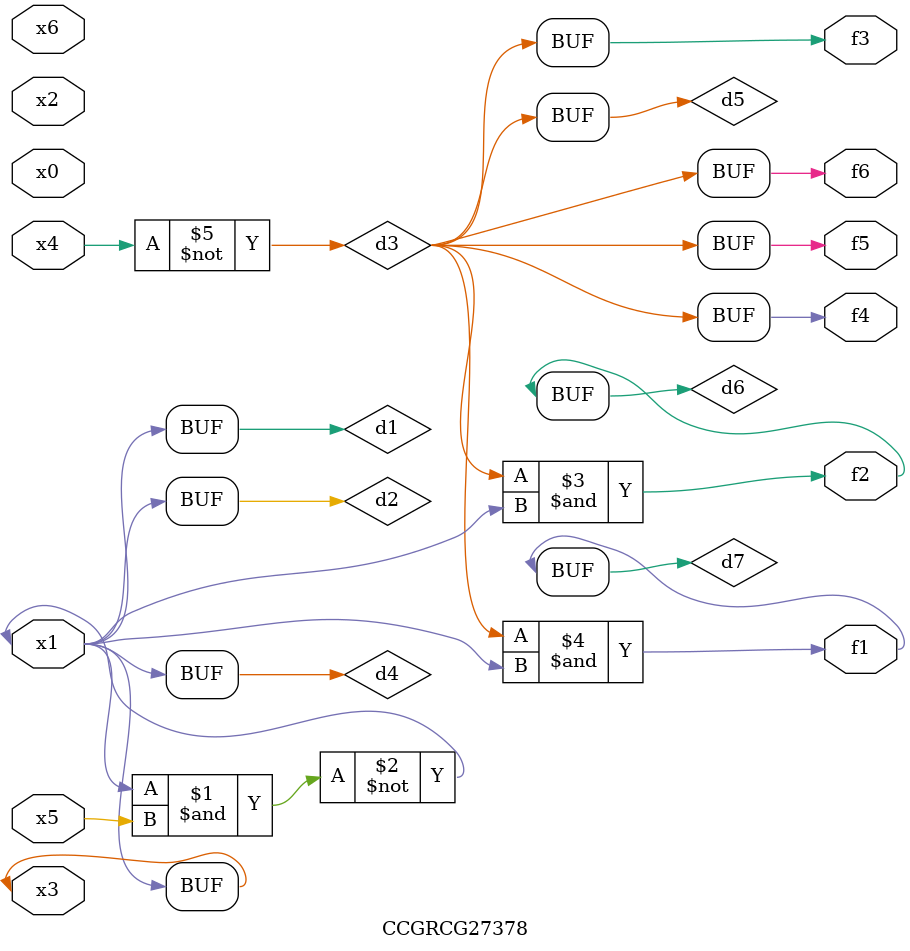
<source format=v>
module CCGRCG27378(
	input x0, x1, x2, x3, x4, x5, x6,
	output f1, f2, f3, f4, f5, f6
);

	wire d1, d2, d3, d4, d5, d6, d7;

	buf (d1, x1, x3);
	nand (d2, x1, x5);
	not (d3, x4);
	buf (d4, d1, d2);
	buf (d5, d3);
	and (d6, d3, d4);
	and (d7, d3, d4);
	assign f1 = d7;
	assign f2 = d6;
	assign f3 = d5;
	assign f4 = d5;
	assign f5 = d5;
	assign f6 = d5;
endmodule

</source>
